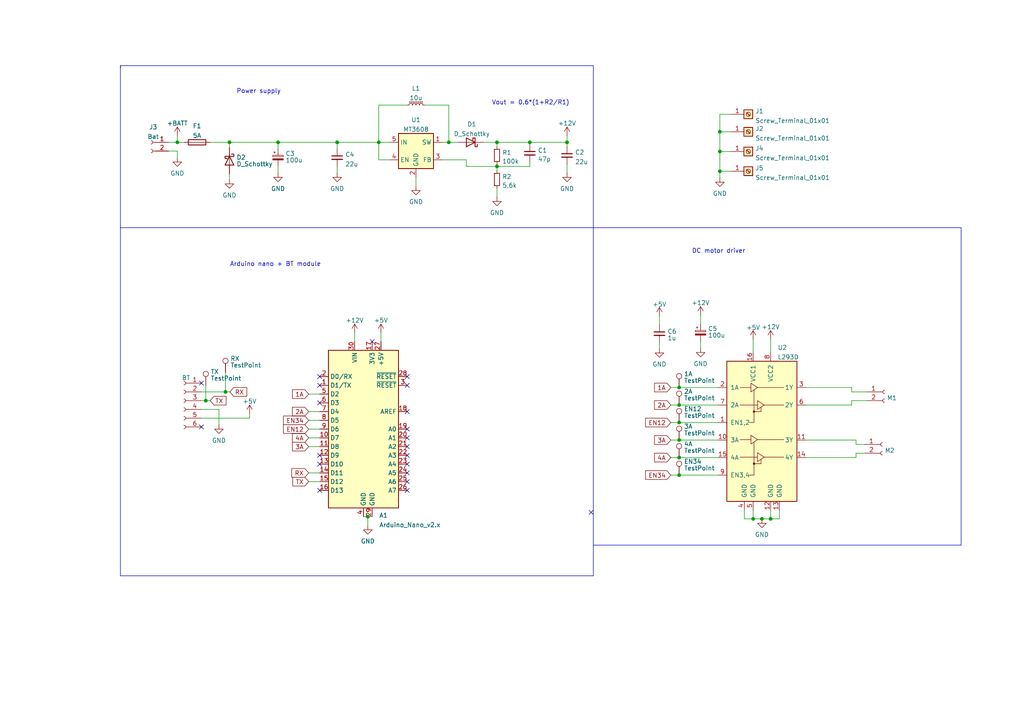
<source format=kicad_sch>
(kicad_sch (version 20230121) (generator eeschema)
  (paper "A4")
  (lib_symbols
    (symbol "Connector:Conn_01x02_Female" (pin_names (offset 1.016) hide)
      (property "Reference" "J" (at 0 2.54 0))
      (property "Value" "Conn_01x02_Female" (at 0 -5.08 0))
      (symbol "Conn_01x02_Female_1_1"
        (arc (start 0 -2.032) (mid -0.5058 -2.54) (end 0 -3.048) (stroke (width 0.1524)))
        (polyline (pts (xy -1.27 -2.54) (xy -0.508 -2.54)) (stroke (width 0.1524)))
        (polyline (pts (xy -1.27 0) (xy -0.508 0)) (stroke (width 0.1524)))
        (arc (start 0 0.508) (mid -0.5058 0) (end 0 -0.508) (stroke (width 0.1524)))
        (pin passive line (at -5.08 0 0) (length 3.81) (name "Pin_1") (number "1"))
        (pin passive line (at -5.08 -2.54 0) (length 3.81) (name "Pin_2") (number "2"))
      )
    )
    (symbol "Connector:Conn_01x06_Female" (pin_names (offset 1.016) hide)
      (property "Reference" "J" (at 0 7.62 0))
      (property "Value" "Conn_01x06_Female" (at 0 -10.16 0))
      (symbol "Conn_01x06_Female_1_1"
        (arc (start 0 -7.112) (mid -0.5058 -7.62) (end 0 -8.128) (stroke (width 0.1524)))
        (arc (start 0 -4.572) (mid -0.5058 -5.08) (end 0 -5.588) (stroke (width 0.1524)))
        (arc (start 0 -2.032) (mid -0.5058 -2.54) (end 0 -3.048) (stroke (width 0.1524)))
        (polyline (pts (xy -1.27 -7.62) (xy -0.508 -7.62)) (stroke (width 0.1524)))
        (polyline (pts (xy -1.27 -5.08) (xy -0.508 -5.08)) (stroke (width 0.1524)))
        (polyline (pts (xy -1.27 -2.54) (xy -0.508 -2.54)) (stroke (width 0.1524)))
        (polyline (pts (xy -1.27 0) (xy -0.508 0)) (stroke (width 0.1524)))
        (polyline (pts (xy -1.27 2.54) (xy -0.508 2.54)) (stroke (width 0.1524)))
        (polyline (pts (xy -1.27 5.08) (xy -0.508 5.08)) (stroke (width 0.1524)))
        (arc (start 0 0.508) (mid -0.5058 0) (end 0 -0.508) (stroke (width 0.1524)))
        (arc (start 0 3.048) (mid -0.5058 2.54) (end 0 2.032) (stroke (width 0.1524)))
        (arc (start 0 5.588) (mid -0.5058 5.08) (end 0 4.572) (stroke (width 0.1524)))
        (pin passive line (at -5.08 5.08 0) (length 3.81) (name "Pin_1") (number "1"))
        (pin passive line (at -5.08 2.54 0) (length 3.81) (name "Pin_2") (number "2"))
        (pin passive line (at -5.08 0 0) (length 3.81) (name "Pin_3") (number "3"))
        (pin passive line (at -5.08 -2.54 0) (length 3.81) (name "Pin_4") (number "4"))
        (pin passive line (at -5.08 -5.08 0) (length 3.81) (name "Pin_5") (number "5"))
        (pin passive line (at -5.08 -7.62 0) (length 3.81) (name "Pin_6") (number "6"))
      )
    )
    (symbol "Connector:Screw_Terminal_01x01" (pin_names (offset 1.016) hide)
      (property "Reference" "J" (at 0 2.54 0))
      (property "Value" "Screw_Terminal_01x01" (at 0 -2.54 0))
      (symbol "Screw_Terminal_01x01_1_1"
        (rectangle (start -1.27 1.27) (end 1.27 -1.27) (stroke (width 0.254)) (fill (type background)))
        (polyline (pts (xy -0.5334 0.3302) (xy 0.3302 -0.508)) (stroke (width 0.1524)))
        (polyline (pts (xy -0.3556 0.508) (xy 0.508 -0.3302)) (stroke (width 0.1524)))
        (circle (center 0 0) (radius 0.635) (stroke (width 0.1524)))
        (pin passive line (at -5.08 0 0) (length 3.81) (name "Pin_1") (number "1"))
      )
    )
    (symbol "Connector:TestPoint" (pin_numbers hide) (pin_names (offset 0.762) hide)
      (property "Reference" "TP" (at 0 6.858 0))
      (property "Value" "TestPoint" (at 0 5.08 0))
      (symbol "TestPoint_0_1"
        (circle (center 0 3.302) (radius 0.762))
      )
      (symbol "TestPoint_1_1"
        (pin passive line (at 0 0 90) (length 2.54) (name "1") (number "1"))
      )
    )
    (symbol "Device:C_Polarized_Small" (pin_numbers hide) (pin_names (offset 0.254) hide)
      (property "Reference" "C" (at 0.254 1.778 0))
      (property "Value" "C_Polarized_Small" (at 0.254 -2.032 0))
      (symbol "C_Polarized_Small_0_1"
        (rectangle (start -1.524 -0.3048) (end 1.524 -0.6858) (fill (type outline)))
        (rectangle (start -1.524 0.6858) (end 1.524 0.3048))
        (polyline (pts (xy -1.27 1.524) (xy -0.762 1.524)))
        (polyline (pts (xy -1.016 1.27) (xy -1.016 1.778)))
      )
      (symbol "C_Polarized_Small_1_1"
        (pin passive line (at 0 2.54 270) (length 1.8542) (name "~") (number "1"))
        (pin passive line (at 0 -2.54 90) (length 1.8542) (name "~") (number "2"))
      )
    )
    (symbol "Device:C_Small" (pin_numbers hide) (pin_names (offset 0.254) hide)
      (property "Reference" "C" (at 0.254 1.778 0))
      (property "Value" "C_Small" (at 0.254 -2.032 0))
      (symbol "C_Small_0_1"
        (polyline (pts (xy -1.524 -0.508) (xy 1.524 -0.508)) (stroke (width 0.3302)))
        (polyline (pts (xy -1.524 0.508) (xy 1.524 0.508)) (stroke (width 0.3048)))
      )
      (symbol "C_Small_1_1"
        (pin passive line (at 0 2.54 270) (length 2.032) (name "~") (number "1"))
        (pin passive line (at 0 -2.54 90) (length 2.032) (name "~") (number "2"))
      )
    )
    (symbol "Device:D_Schottky" (pin_numbers hide) (pin_names (offset 1.016) hide)
      (property "Reference" "D" (at 0 2.54 0))
      (property "Value" "D_Schottky" (at 0 -2.54 0))
      (symbol "D_Schottky_0_1"
        (polyline (pts (xy 1.27 0) (xy -1.27 0)))
        (polyline (pts (xy 1.27 1.27) (xy 1.27 -1.27) (xy -1.27 0) (xy 1.27 1.27)) (stroke (width 0.254)))
        (polyline (pts (xy -1.905 0.635) (xy -1.905 1.27) (xy -1.27 1.27) (xy -1.27 -1.27) (xy -0.635 -1.27) (xy -0.635 -0.635)) (stroke (width 0.254)))
      )
      (symbol "D_Schottky_1_1"
        (pin passive line (at -3.81 0 0) (length 2.54) (name "K") (number "1"))
        (pin passive line (at 3.81 0 180) (length 2.54) (name "A") (number "2"))
      )
    )
    (symbol "Device:Fuse" (pin_numbers hide) (pin_names (offset 0))
      (property "Reference" "F" (at 2.032 0 90))
      (property "Value" "Fuse" (at -1.905 0 90))
      (symbol "Fuse_0_1"
        (rectangle (start -0.762 -2.54) (end 0.762 2.54) (stroke (width 0.254)))
        (polyline (pts (xy 0 2.54) (xy 0 -2.54)))
      )
      (symbol "Fuse_1_1"
        (pin passive line (at 0 3.81 270) (length 1.27) (name "~") (number "1"))
        (pin passive line (at 0 -3.81 90) (length 1.27) (name "~") (number "2"))
      )
    )
    (symbol "Device:L_Ferrite_Small" (pin_numbers hide) (pin_names (offset 0.254) hide)
      (property "Reference" "L" (at 1.27 1.016 0))
      (property "Value" "L_Ferrite_Small" (at 1.27 -1.27 0))
      (symbol "L_Ferrite_Small_0_1"
        (arc (start 0 -2.032) (mid 0.5058 -1.524) (end 0 -1.016))
        (arc (start 0 -1.016) (mid 0.5058 -0.508) (end 0 0))
        (polyline (pts (xy 0.762 -1.905) (xy 0.762 -1.651)))
        (polyline (pts (xy 0.762 -1.397) (xy 0.762 -1.143)))
        (polyline (pts (xy 0.762 -0.889) (xy 0.762 -0.635)))
        (polyline (pts (xy 0.762 -0.381) (xy 0.762 -0.127)))
        (polyline (pts (xy 0.762 0.127) (xy 0.762 0.381)))
        (polyline (pts (xy 0.762 0.635) (xy 0.762 0.889)))
        (polyline (pts (xy 0.762 1.143) (xy 0.762 1.397)))
        (polyline (pts (xy 0.762 1.651) (xy 0.762 1.905)))
        (polyline (pts (xy 1.016 -1.651) (xy 1.016 -1.905)))
        (polyline (pts (xy 1.016 -1.143) (xy 1.016 -1.397)))
        (polyline (pts (xy 1.016 -0.635) (xy 1.016 -0.889)))
        (polyline (pts (xy 1.016 -0.127) (xy 1.016 -0.381)))
        (polyline (pts (xy 1.016 0.381) (xy 1.016 0.127)))
        (polyline (pts (xy 1.016 0.889) (xy 1.016 0.635)))
        (polyline (pts (xy 1.016 1.397) (xy 1.016 1.143)))
        (polyline (pts (xy 1.016 1.905) (xy 1.016 1.651)))
        (arc (start 0 0) (mid 0.5058 0.508) (end 0 1.016))
        (arc (start 0 1.016) (mid 0.5058 1.524) (end 0 2.032))
      )
      (symbol "L_Ferrite_Small_1_1"
        (pin passive line (at 0 2.54 270) (length 0.508) (name "~") (number "1"))
        (pin passive line (at 0 -2.54 90) (length 0.508) (name "~") (number "2"))
      )
    )
    (symbol "Device:R_Small" (pin_numbers hide) (pin_names (offset 0.254) hide)
      (property "Reference" "R" (at 0.762 0.508 0))
      (property "Value" "R_Small" (at 0.762 -1.016 0))
      (symbol "R_Small_0_1"
        (rectangle (start -0.762 1.778) (end 0.762 -1.778) (stroke (width 0.2032)))
      )
      (symbol "R_Small_1_1"
        (pin passive line (at 0 2.54 270) (length 0.762) (name "~") (number "1"))
        (pin passive line (at 0 -2.54 90) (length 0.762) (name "~") (number "2"))
      )
    )
    (symbol "Driver_Motor:L293D" (pin_names (offset 1.016))
      (property "Reference" "U" (at -5.08 26.035 0))
      (property "Value" "L293D" (at -5.08 24.13 0))
      (symbol "L293D_0_1"
        (rectangle (start -10.16 22.86) (end 10.16 -17.78) (stroke (width 0.254)) (fill (type background)))
        (circle (center -2.286 -6.858) (radius 0.254) (fill (type outline)))
        (circle (center -2.286 8.255) (radius 0.254) (fill (type outline)))
        (polyline (pts (xy -6.35 -4.953) (xy -1.27 -4.953)))
        (polyline (pts (xy -6.35 0.127) (xy -3.175 0.127)))
        (polyline (pts (xy -6.35 10.16) (xy -1.27 10.16)))
        (polyline (pts (xy -6.35 15.24) (xy -3.175 15.24)))
        (polyline (pts (xy -1.27 0.127) (xy 6.35 0.127)))
        (polyline (pts (xy -1.27 15.24) (xy 6.35 15.24)))
        (polyline (pts (xy 0.635 -4.953) (xy 6.35 -4.953)))
        (polyline (pts (xy 0.635 10.16) (xy 6.35 10.16)))
        (polyline (pts (xy -2.286 -6.858) (xy -0.254 -6.858) (xy -0.254 -5.588)))
        (polyline (pts (xy -2.286 -0.635) (xy -2.286 -10.16) (xy -3.556 -10.16)))
        (polyline (pts (xy -2.286 8.255) (xy -0.254 8.255) (xy -0.254 9.525)))
        (polyline (pts (xy -2.286 14.478) (xy -2.286 5.08) (xy -3.556 5.08)))
        (polyline (pts (xy -3.175 1.397) (xy -3.175 -1.143) (xy -1.27 0.127) (xy -3.175 1.397)))
        (polyline (pts (xy -3.175 16.51) (xy -3.175 13.97) (xy -1.27 15.24) (xy -3.175 16.51)))
        (polyline (pts (xy -1.27 -3.683) (xy -1.27 -6.223) (xy 0.635 -4.953) (xy -1.27 -3.683)))
        (polyline (pts (xy -1.27 11.43) (xy -1.27 8.89) (xy 0.635 10.16) (xy -1.27 11.43)))
      )
      (symbol "L293D_1_1"
        (pin input line (at -12.7 5.08 0) (length 2.54) (name "EN1,2") (number "1"))
        (pin input line (at -12.7 0 0) (length 2.54) (name "3A") (number "10"))
        (pin output line (at 12.7 0 180) (length 2.54) (name "3Y") (number "11"))
        (pin power_in line (at 2.54 -20.32 90) (length 2.54) (name "GND") (number "12"))
        (pin power_in line (at 5.08 -20.32 90) (length 2.54) (name "GND") (number "13"))
        (pin output line (at 12.7 -5.08 180) (length 2.54) (name "4Y") (number "14"))
        (pin input line (at -12.7 -5.08 0) (length 2.54) (name "4A") (number "15"))
        (pin power_in line (at -2.54 25.4 270) (length 2.54) (name "VCC1") (number "16"))
        (pin input line (at -12.7 15.24 0) (length 2.54) (name "1A") (number "2"))
        (pin output line (at 12.7 15.24 180) (length 2.54) (name "1Y") (number "3"))
        (pin power_in line (at -5.08 -20.32 90) (length 2.54) (name "GND") (number "4"))
        (pin power_in line (at -2.54 -20.32 90) (length 2.54) (name "GND") (number "5"))
        (pin output line (at 12.7 10.16 180) (length 2.54) (name "2Y") (number "6"))
        (pin input line (at -12.7 10.16 0) (length 2.54) (name "2A") (number "7"))
        (pin power_in line (at 2.54 25.4 270) (length 2.54) (name "VCC2") (number "8"))
        (pin input line (at -12.7 -10.16 0) (length 2.54) (name "EN3,4") (number "9"))
      )
    )
    (symbol "MCU_Module:Arduino_Nano_v2.x"
      (property "Reference" "A" (at -10.16 23.495 0))
      (property "Value" "Arduino_Nano_v2.x" (at 5.08 -24.13 0))
      (symbol "Arduino_Nano_v2.x_0_1"
        (rectangle (start -10.16 22.86) (end 10.16 -22.86) (stroke (width 0.254)) (fill (type background)))
      )
      (symbol "Arduino_Nano_v2.x_1_1"
        (pin bidirectional line (at -12.7 12.7 0) (length 2.54) (name "D1/TX") (number "1"))
        (pin bidirectional line (at -12.7 -2.54 0) (length 2.54) (name "D7") (number "10"))
        (pin bidirectional line (at -12.7 -5.08 0) (length 2.54) (name "D8") (number "11"))
        (pin bidirectional line (at -12.7 -7.62 0) (length 2.54) (name "D9") (number "12"))
        (pin bidirectional line (at -12.7 -10.16 0) (length 2.54) (name "D10") (number "13"))
        (pin bidirectional line (at -12.7 -12.7 0) (length 2.54) (name "D11") (number "14"))
        (pin bidirectional line (at -12.7 -15.24 0) (length 2.54) (name "D12") (number "15"))
        (pin bidirectional line (at -12.7 -17.78 0) (length 2.54) (name "D13") (number "16"))
        (pin power_out line (at 2.54 25.4 270) (length 2.54) (name "3V3") (number "17"))
        (pin input line (at 12.7 5.08 180) (length 2.54) (name "AREF") (number "18"))
        (pin bidirectional line (at 12.7 0 180) (length 2.54) (name "A0") (number "19"))
        (pin bidirectional line (at -12.7 15.24 0) (length 2.54) (name "D0/RX") (number "2"))
        (pin bidirectional line (at 12.7 -2.54 180) (length 2.54) (name "A1") (number "20"))
        (pin bidirectional line (at 12.7 -5.08 180) (length 2.54) (name "A2") (number "21"))
        (pin bidirectional line (at 12.7 -7.62 180) (length 2.54) (name "A3") (number "22"))
        (pin bidirectional line (at 12.7 -10.16 180) (length 2.54) (name "A4") (number "23"))
        (pin bidirectional line (at 12.7 -12.7 180) (length 2.54) (name "A5") (number "24"))
        (pin bidirectional line (at 12.7 -15.24 180) (length 2.54) (name "A6") (number "25"))
        (pin bidirectional line (at 12.7 -17.78 180) (length 2.54) (name "A7") (number "26"))
        (pin power_out line (at 5.08 25.4 270) (length 2.54) (name "+5V") (number "27"))
        (pin input line (at 12.7 15.24 180) (length 2.54) (name "~{RESET}") (number "28"))
        (pin power_in line (at 2.54 -25.4 90) (length 2.54) (name "GND") (number "29"))
        (pin input line (at 12.7 12.7 180) (length 2.54) (name "~{RESET}") (number "3"))
        (pin power_in line (at -2.54 25.4 270) (length 2.54) (name "VIN") (number "30"))
        (pin power_in line (at 0 -25.4 90) (length 2.54) (name "GND") (number "4"))
        (pin bidirectional line (at -12.7 10.16 0) (length 2.54) (name "D2") (number "5"))
        (pin bidirectional line (at -12.7 7.62 0) (length 2.54) (name "D3") (number "6"))
        (pin bidirectional line (at -12.7 5.08 0) (length 2.54) (name "D4") (number "7"))
        (pin bidirectional line (at -12.7 2.54 0) (length 2.54) (name "D5") (number "8"))
        (pin bidirectional line (at -12.7 0 0) (length 2.54) (name "D6") (number "9"))
      )
    )
    (symbol "Regulator_Switching:MT3608"
      (property "Reference" "U" (at -2.54 8.89 0))
      (property "Value" "MT3608" (at -3.81 6.35 0))
      (symbol "MT3608_0_1"
        (rectangle (start -5.08 5.08) (end 5.08 -5.08) (stroke (width 0.254)) (fill (type background)))
      )
      (symbol "MT3608_1_1"
        (pin passive line (at 7.62 2.54 180) (length 2.54) (name "SW") (number "1"))
        (pin power_in line (at 0 -7.62 90) (length 2.54) (name "GND") (number "2"))
        (pin input line (at 7.62 -2.54 180) (length 2.54) (name "FB") (number "3"))
        (pin input line (at -7.62 -2.54 0) (length 2.54) (name "EN") (number "4"))
        (pin power_in line (at -7.62 2.54 0) (length 2.54) (name "IN") (number "5"))
        (pin no_connect line (at 5.08 0 180) (length 2.54) hide (name "NC") (number "6"))
      )
    )
    (symbol "power:+12V" (power) (pin_names (offset 0))
      (property "Value" "+12V" (at 0 3.556 0))
      (symbol "+12V_0_1"
        (polyline (pts (xy -0.762 1.27) (xy 0 2.54)))
        (polyline (pts (xy 0 0) (xy 0 2.54)))
        (polyline (pts (xy 0 2.54) (xy 0.762 1.27)))
      )
      (symbol "+12V_1_1"
        (pin power_in line (at 0 0 90) (length 0) hide (name "+12V") (number "1"))
      )
    )
    (symbol "power:+5V" (power) (pin_names (offset 0))
      (property "Value" "+5V" (at 0 3.556 0))
      (symbol "+5V_0_1"
        (polyline (pts (xy -0.762 1.27) (xy 0 2.54)))
        (polyline (pts (xy 0 0) (xy 0 2.54)))
        (polyline (pts (xy 0 2.54) (xy 0.762 1.27)))
      )
      (symbol "+5V_1_1"
        (pin power_in line (at 0 0 90) (length 0) hide (name "+5V") (number "1"))
      )
    )
    (symbol "power:+BATT" (power) (pin_names (offset 0))
      (property "Value" "+BATT" (at 0 3.556 0))
      (symbol "+BATT_0_1"
        (polyline (pts (xy -0.762 1.27) (xy 0 2.54)))
        (polyline (pts (xy 0 0) (xy 0 2.54)))
        (polyline (pts (xy 0 2.54) (xy 0.762 1.27)))
      )
      (symbol "+BATT_1_1"
        (pin power_in line (at 0 0 90) (length 0) hide (name "+BATT") (number "1"))
      )
    )
    (symbol "power:GND" (power) (pin_names (offset 0))
      (property "Value" "GND" (at 0 -3.81 0))
      (symbol "GND_0_1"
        (polyline (pts (xy 0 0) (xy 0 -1.27) (xy 1.27 -1.27) (xy 0 -2.54) (xy -1.27 -1.27) (xy 0 -1.27)))
      )
      (symbol "GND_1_1"
        (pin power_in line (at 0 0 270) (length 0) hide (name "GND") (number "1"))
      )
    )
  )
  (junction (at 80.645 41.275))
  (junction (at 208.788 43.942))
  (junction (at 109.855 41.275))
  (junction (at 164.465 41.275))
  (junction (at 208.788 49.657))
  (junction (at 196.977 137.795))
  (junction (at 218.44 150.495))
  (junction (at 223.52 150.495))
  (junction (at 196.977 112.395))
  (junction (at 220.98 150.495))
  (junction (at 153.67 41.275))
  (junction (at 130.175 41.275))
  (junction (at 196.977 127.635))
  (junction (at 59.69 116.205))
  (junction (at 51.435 41.275))
  (junction (at 208.788 38.227))
  (junction (at 196.977 122.555))
  (junction (at 97.79 41.275))
  (junction (at 144.145 48.26))
  (junction (at 196.977 132.715))
  (junction (at 106.68 149.86))
  (junction (at 66.548 41.275))
  (junction (at 144.145 41.275))
  (junction (at 196.977 117.475))
  (junction (at 65.405 113.665))
  (no_connect (at 58.42 123.825))
  (no_connect (at 58.42 111.125))
  (no_connect (at 118.11 124.46))
  (no_connect (at 92.71 116.84))
  (no_connect (at 107.95 99.06))
  (no_connect (at 171.45 148.59))
  (no_connect (at 92.71 109.22))
  (no_connect (at 92.71 111.76))
  (no_connect (at 92.71 134.62))
  (no_connect (at 92.71 132.08))
  (no_connect (at 92.71 142.24))
  (no_connect (at 118.11 132.08))
  (no_connect (at 118.11 129.54))
  (no_connect (at 118.11 139.7))
  (no_connect (at 118.11 142.24))
  (no_connect (at 118.11 134.62))
  (no_connect (at 118.11 137.16))
  (no_connect (at 118.11 127))
  (no_connect (at 118.11 119.38))
  (no_connect (at 118.11 111.76))
  (no_connect (at 118.11 109.22))
  (wire (pts (xy 153.67 41.275) (xy 153.67 41.91)))
  (wire (pts (xy 109.855 30.48) (xy 118.11 30.48)))
  (wire (pts (xy 250.825 128.905) (xy 248.285 128.905)))
  (wire (pts (xy 59.69 116.205) (xy 60.96 116.205)))
  (wire (pts (xy 66.548 41.275) (xy 80.645 41.275)))
  (wire (pts (xy 144.145 54.61) (xy 144.145 57.15)))
  (wire (pts (xy 164.465 41.275) (xy 164.465 42.545)))
  (wire (pts (xy 128.27 46.355) (xy 135.255 46.355)))
  (wire (pts (xy 89.535 114.3) (xy 92.71 114.3)))
  (wire (pts (xy 248.285 131.445) (xy 250.825 131.445)))
  (wire (pts (xy 194.564 132.715) (xy 196.977 132.715)))
  (wire (pts (xy 208.788 33.147) (xy 211.963 33.147)))
  (wire (pts (xy 191.262 91.694) (xy 191.262 94.234)))
  (wire (pts (xy 80.645 41.275) (xy 97.79 41.275)))
  (wire (pts (xy 223.52 150.495) (xy 226.06 150.495)))
  (wire (pts (xy 66.548 50.419) (xy 66.548 52.07)))
  (wire (pts (xy 215.9 150.495) (xy 218.44 150.495)))
  (wire (pts (xy 97.79 41.275) (xy 109.855 41.275)))
  (wire (pts (xy 208.788 38.227) (xy 211.963 38.227)))
  (wire (pts (xy 196.977 132.715) (xy 208.28 132.715)))
  (polyline (pts (xy 34.925 19.05) (xy 34.925 19.685)))
  (wire (pts (xy 223.52 147.955) (xy 223.52 150.495)))
  (wire (pts (xy 135.255 48.26) (xy 144.145 48.26)))
  (polyline (pts (xy 34.925 167.005) (xy 172.085 167.005)))
  (wire (pts (xy 251.46 113.665) (xy 247.015 113.665)))
  (wire (pts (xy 58.42 113.665) (xy 65.405 113.665)))
  (wire (pts (xy 123.19 30.48) (xy 130.175 30.48)))
  (wire (pts (xy 58.42 116.205) (xy 59.69 116.205)))
  (wire (pts (xy 130.175 30.48) (xy 130.175 41.275)))
  (wire (pts (xy 208.788 43.942) (xy 208.788 38.227)))
  (wire (pts (xy 247.015 112.395) (xy 233.68 112.395)))
  (wire (pts (xy 153.67 46.99) (xy 153.67 48.26)))
  (wire (pts (xy 164.465 39.37) (xy 164.465 41.275)))
  (wire (pts (xy 203.2 91.44) (xy 203.2 93.98)))
  (wire (pts (xy 72.39 120.015) (xy 72.39 121.285)))
  (wire (pts (xy 194.564 127.635) (xy 196.977 127.635)))
  (polyline (pts (xy 34.925 19.05) (xy 34.925 66.04)))
  (wire (pts (xy 144.145 47.625) (xy 144.145 48.26)))
  (wire (pts (xy 220.98 150.495) (xy 223.52 150.495)))
  (wire (pts (xy 89.535 137.16) (xy 92.71 137.16)))
  (wire (pts (xy 215.9 147.955) (xy 215.9 150.495)))
  (wire (pts (xy 105.41 149.86) (xy 106.68 149.86)))
  (wire (pts (xy 164.465 47.625) (xy 164.465 50.165)))
  (wire (pts (xy 97.79 48.26) (xy 97.79 50.165)))
  (wire (pts (xy 248.285 127.635) (xy 233.68 127.635)))
  (wire (pts (xy 248.285 128.905) (xy 248.285 127.635)))
  (wire (pts (xy 89.535 127) (xy 92.71 127)))
  (wire (pts (xy 58.42 121.285) (xy 72.39 121.285)))
  (wire (pts (xy 106.68 152.4) (xy 106.68 149.86)))
  (wire (pts (xy 80.645 48.26) (xy 80.645 50.165)))
  (wire (pts (xy 196.977 112.395) (xy 208.28 112.395)))
  (wire (pts (xy 223.52 98.425) (xy 223.52 102.235)))
  (wire (pts (xy 89.535 139.7) (xy 92.71 139.7)))
  (wire (pts (xy 226.06 150.495) (xy 226.06 147.955)))
  (wire (pts (xy 63.5 123.19) (xy 63.5 118.745)))
  (wire (pts (xy 48.895 41.275) (xy 51.435 41.275)))
  (wire (pts (xy 194.564 117.475) (xy 196.977 117.475)))
  (wire (pts (xy 194.564 112.395) (xy 196.977 112.395)))
  (wire (pts (xy 113.03 46.355) (xy 109.855 46.355)))
  (wire (pts (xy 191.262 99.314) (xy 191.262 101.092)))
  (polyline (pts (xy 172.085 167.005) (xy 172.085 66.04)))
  (wire (pts (xy 89.535 119.38) (xy 92.71 119.38)))
  (polyline (pts (xy 172.085 66.04) (xy 172.085 19.05)))
  (wire (pts (xy 247.015 113.665) (xy 247.015 112.395)))
  (wire (pts (xy 218.44 150.495) (xy 220.98 150.495)))
  (wire (pts (xy 247.015 117.475) (xy 247.015 116.205)))
  (wire (pts (xy 51.435 45.72) (xy 51.435 43.815)))
  (wire (pts (xy 48.895 43.815) (xy 51.435 43.815)))
  (wire (pts (xy 233.68 132.715) (xy 248.285 132.715)))
  (wire (pts (xy 66.548 41.275) (xy 66.548 42.799)))
  (wire (pts (xy 208.788 43.942) (xy 211.963 43.942)))
  (wire (pts (xy 89.535 129.54) (xy 92.71 129.54)))
  (wire (pts (xy 89.535 124.46) (xy 92.71 124.46)))
  (wire (pts (xy 113.03 41.275) (xy 109.855 41.275)))
  (polyline (pts (xy 172.085 19.05) (xy 34.925 19.05)))
  (wire (pts (xy 247.015 116.205) (xy 251.46 116.205)))
  (polyline (pts (xy 278.765 66.04) (xy 172.085 66.04)))
  (wire (pts (xy 248.285 132.715) (xy 248.285 131.445)))
  (wire (pts (xy 218.44 147.955) (xy 218.44 150.495)))
  (wire (pts (xy 109.855 41.275) (xy 109.855 30.48)))
  (wire (pts (xy 60.96 41.275) (xy 66.548 41.275)))
  (wire (pts (xy 196.977 117.475) (xy 208.28 117.475)))
  (wire (pts (xy 106.68 149.86) (xy 107.95 149.86)))
  (wire (pts (xy 51.435 39.37) (xy 51.435 41.275)))
  (wire (pts (xy 211.963 49.657) (xy 208.788 49.657)))
  (polyline (pts (xy 34.925 66.04) (xy 34.925 167.005)))
  (wire (pts (xy 144.145 48.26) (xy 144.145 49.53)))
  (polyline (pts (xy 34.925 66.04) (xy 172.085 66.04)))
  (wire (pts (xy 130.175 41.275) (xy 132.715 41.275)))
  (wire (pts (xy 233.68 117.475) (xy 247.015 117.475)))
  (wire (pts (xy 51.435 41.275) (xy 53.34 41.275)))
  (wire (pts (xy 208.788 38.227) (xy 208.788 33.147)))
  (wire (pts (xy 194.564 122.555) (xy 196.977 122.555)))
  (wire (pts (xy 89.535 121.92) (xy 92.71 121.92)))
  (polyline (pts (xy 172.085 158.115) (xy 278.765 158.115)))
  (wire (pts (xy 144.145 41.275) (xy 144.145 42.545)))
  (wire (pts (xy 66.675 113.665) (xy 65.405 113.665)))
  (wire (pts (xy 109.855 46.355) (xy 109.855 41.275)))
  (wire (pts (xy 80.645 41.275) (xy 80.645 43.18)))
  (wire (pts (xy 196.977 127.635) (xy 208.28 127.635)))
  (wire (pts (xy 128.27 41.275) (xy 130.175 41.275)))
  (wire (pts (xy 63.5 118.745) (xy 58.42 118.745)))
  (wire (pts (xy 120.65 51.435) (xy 120.65 53.975)))
  (wire (pts (xy 97.79 43.18) (xy 97.79 41.275)))
  (wire (pts (xy 194.564 137.795) (xy 196.977 137.795)))
  (wire (pts (xy 102.87 96.52) (xy 102.87 99.06)))
  (polyline (pts (xy 278.765 158.115) (xy 278.765 66.04)))
  (wire (pts (xy 110.49 96.52) (xy 110.49 99.06)))
  (wire (pts (xy 59.69 111.76) (xy 59.69 116.205)))
  (wire (pts (xy 153.67 41.275) (xy 164.465 41.275)))
  (wire (pts (xy 196.977 122.555) (xy 208.28 122.555)))
  (wire (pts (xy 153.67 48.26) (xy 144.145 48.26)))
  (wire (pts (xy 208.788 49.657) (xy 208.788 43.942)))
  (wire (pts (xy 65.405 107.95) (xy 65.405 113.665)))
  (wire (pts (xy 140.335 41.275) (xy 144.145 41.275)))
  (wire (pts (xy 208.788 49.657) (xy 208.788 51.562)))
  (wire (pts (xy 135.255 46.355) (xy 135.255 48.26)))
  (wire (pts (xy 144.145 41.275) (xy 153.67 41.275)))
  (wire (pts (xy 196.977 137.795) (xy 208.28 137.795)))
  (wire (pts (xy 203.2 99.06) (xy 203.2 100.965)))
  (wire (pts (xy 218.44 98.425) (xy 218.44 102.235)))
  (text "Arduino nano + BT module\n" (at 66.675 77.47 0) (effects (font (size 1.27 1.27)) (justify left bottom)))
  (text "Power supply\n" (at 68.58 27.305 0) (effects (font (size 1.27 1.27)) (justify left bottom)))
  (text "Vout = 0.6*(1+R2/R1)" (at 142.621 30.607 0) (effects (font (size 1.27 1.27)) (justify left bottom)))
  (text "DC motor driver" (at 200.66 73.66 0) (effects (font (size 1.27 1.27)) (justify left bottom)))
  (global_label "TX" (shape input) (at 89.535 139.7 180) (property "Intersheetrefs" "${INTERSHEET_REFS}" (effects hide)))
  (global_label "EN12" (shape input) (at 89.535 124.46 180) (property "Intersheetrefs" "${INTERSHEET_REFS}" (effects hide)))
  (global_label "TX" (shape input) (at 60.96 116.205 0) (property "Intersheetrefs" "${INTERSHEET_REFS}" (effects hide)))
  (global_label "EN34" (shape input) (at 89.535 121.92 180) (property "Intersheetrefs" "${INTERSHEET_REFS}" (effects hide)))
  (global_label "3A" (shape input) (at 194.564 127.635 180) (property "Intersheetrefs" "${INTERSHEET_REFS}" (effects hide)))
  (global_label "3A" (shape input) (at 89.535 129.54 180) (property "Intersheetrefs" "${INTERSHEET_REFS}" (effects hide)))
  (global_label "4A" (shape input) (at 89.535 127 180) (property "Intersheetrefs" "${INTERSHEET_REFS}" (effects hide)))
  (global_label "1A" (shape input) (at 89.535 114.3 180) (property "Intersheetrefs" "${INTERSHEET_REFS}" (effects hide)))
  (global_label "1A" (shape input) (at 194.564 112.395 180) (property "Intersheetrefs" "${INTERSHEET_REFS}" (effects hide)))
  (global_label "RX" (shape input) (at 66.675 113.665 0) (property "Intersheetrefs" "${INTERSHEET_REFS}" (effects hide)))
  (global_label "RX" (shape input) (at 89.535 137.16 180) (property "Intersheetrefs" "${INTERSHEET_REFS}" (effects hide)))
  (global_label "EN34" (shape input) (at 194.564 137.795 180) (property "Intersheetrefs" "${INTERSHEET_REFS}" (effects hide)))
  (global_label "4A" (shape input) (at 194.564 132.715 180) (property "Intersheetrefs" "${INTERSHEET_REFS}" (effects hide)))
  (global_label "2A" (shape input) (at 89.535 119.38 180) (property "Intersheetrefs" "${INTERSHEET_REFS}" (effects hide)))
  (global_label "EN12" (shape input) (at 194.564 122.555 180) (property "Intersheetrefs" "${INTERSHEET_REFS}" (effects hide)))
  (global_label "2A" (shape input) (at 194.564 117.475 180) (property "Intersheetrefs" "${INTERSHEET_REFS}" (effects hide)))
  (symbol (lib_id "Connector:Screw_Terminal_01x01") (at 217.043 49.657 0) (unit 1)
    (property "Reference" "J5" (at 219.075 48.7485 0) (effects (justify left)))
    (property "Value" "Screw_Terminal_01x01" (at 219.075 51.5236 0) (effects (justify left)))
    (property "Footprint" "MountingHole:MountingHole_3.2mm_M3_DIN965_Pad" (effects hide))
  )
  (symbol (lib_id "power:+12V") (at 223.52 98.425 0) (unit 1)
    (property "Reference" "#PWR016" (effects hide))
    (property "Value" "+12V" (at 223.52 94.8205 0))
  )
  (symbol (lib_id "Device:D_Schottky") (at 136.525 41.275 180) (unit 1)
    (property "Reference" "D1" (at 136.8425 36.0385 0))
    (property "Value" "D_Schottky" (at 136.8425 38.8136 0))
    (property "Footprint" "Diode_SMD:D_SMC" (effects hide))
  )
  (symbol (lib_id "power:GND") (at 220.98 150.495 0) (unit 1)
    (property "Reference" "#PWR021" (effects hide))
    (property "Value" "GND" (at 220.98 155.0575 0))
  )
  (symbol (lib_id "power:+5V") (at 72.39 120.015 0) (unit 1)
    (property "Reference" "#PWR019" (effects hide))
    (property "Value" "+5V" (at 72.39 116.4105 0))
  )
  (symbol (lib_id "Connector:Screw_Terminal_01x01") (at 217.043 33.147 0) (unit 1)
    (property "Reference" "J1" (at 219.075 32.2385 0) (effects (justify left)))
    (property "Value" "Screw_Terminal_01x01" (at 219.075 35.0136 0) (effects (justify left)))
    (property "Footprint" "MountingHole:MountingHole_3.2mm_M3_DIN965_Pad" (effects hide))
  )
  (symbol (lib_id "power:+5V") (at 191.262 91.694 0) (mirror y) (unit 1)
    (property "Reference" "#PWR012" (effects hide))
    (property "Value" "+5V" (at 189.23 88.265 0) (effects (justify right)))
  )
  (symbol (lib_id "power:GND") (at 97.79 50.165 0) (unit 1)
    (property "Reference" "#PWR05" (effects hide))
    (property "Value" "GND" (at 97.79 54.7275 0))
  )
  (symbol (lib_id "power:GND") (at 164.465 50.165 0) (unit 1)
    (property "Reference" "#PWR06" (effects hide))
    (property "Value" "GND" (at 164.465 54.7275 0))
  )
  (symbol (lib_id "Device:C_Polarized_Small") (at 80.645 45.72 0) (unit 1)
    (property "Reference" "C3" (at 82.804 44.5302 0) (effects (justify left)))
    (property "Value" "100u" (at 82.804 46.4512 0) (effects (justify left)))
    (property "Footprint" "Capacitor_THT:CP_Radial_D5.0mm_P2.50mm" (effects hide))
  )
  (symbol (lib_id "Device:R_Small") (at 144.145 52.07 0) (unit 1)
    (property "Reference" "R2" (at 145.6436 51.2353 0) (effects (justify left)))
    (property "Value" "5,6k" (at 145.6436 53.7722 0) (effects (justify left)))
    (property "Footprint" "Resistor_SMD:R_0805_2012Metric_Pad1.20x1.40mm_HandSolder" (effects hide))
  )
  (symbol (lib_id "Device:D_Schottky") (at 66.548 46.609 270) (unit 1)
    (property "Reference" "D2" (at 68.58 45.6478 90) (effects (justify left)))
    (property "Value" "D_Schottky" (at 68.58 47.5688 90) (effects (justify left)))
    (property "Footprint" "Diode_SMD:D_SMC" (effects hide))
  )
  (symbol (lib_id "power:+12V") (at 164.465 39.37 0) (unit 1)
    (property "Reference" "#PWR02" (effects hide))
    (property "Value" "+12V" (at 164.465 35.7655 0))
  )
  (symbol (lib_id "power:GND") (at 106.68 152.4 0) (unit 1)
    (property "Reference" "#PWR022" (effects hide))
    (property "Value" "GND" (at 106.68 156.9625 0))
  )
  (symbol (lib_id "Device:C_Small") (at 191.262 96.774 0) (unit 1)
    (property "Reference" "C6" (at 193.5861 96.1366 0) (effects (justify left)))
    (property "Value" "1u" (at 193.5861 98.0576 0) (effects (justify left)))
    (property "Footprint" "Capacitor_SMD:C_0805_2012Metric_Pad1.18x1.45mm_HandSolder" (effects hide))
  )
  (symbol (lib_id "Device:C_Small") (at 97.79 45.72 0) (unit 1)
    (property "Reference" "C4" (at 100.1141 44.8178 0) (effects (justify left)))
    (property "Value" "22u" (at 100.1141 47.5929 0) (effects (justify left)))
    (property "Footprint" "Capacitor_SMD:C_0805_2012Metric_Pad1.18x1.45mm_HandSolder" (effects hide))
  )
  (symbol (lib_id "Connector:TestPoint") (at 65.405 107.95 0) (unit 1)
    (property "Reference" "RX" (at 66.802 104.0043 0) (effects (justify left)))
    (property "Value" "TestPoint" (at 66.802 105.9253 0) (effects (justify left)))
    (property "Footprint" "TestPoint:TestPoint_Pad_D1.5mm" (effects hide))
  )
  (symbol (lib_id "Connector:TestPoint") (at 196.977 117.475 0) (unit 1)
    (property "Reference" "2A" (at 198.374 113.5293 0) (effects (justify left)))
    (property "Value" "TestPoint" (at 198.374 115.4503 0) (effects (justify left)))
    (property "Footprint" "TestPoint:TestPoint_Pad_D1.5mm" (effects hide))
  )
  (symbol (lib_id "Connector:Conn_01x02_Female") (at 255.905 128.905 0) (unit 1)
    (property "Reference" "M2" (at 256.6162 130.654 0) (effects (justify left)))
    (property "Value" "M2" (effects hide))
    (property "Footprint" "Connector_PinHeader_2.54mm:PinHeader_1x02_P2.54mm_Vertical" (effects hide))
  )
  (symbol (lib_id "Connector:TestPoint") (at 196.977 122.555 0) (unit 1)
    (property "Reference" "EN12" (at 198.374 118.6093 0) (effects (justify left)))
    (property "Value" "TestPoint" (at 198.374 120.5303 0) (effects (justify left)))
    (property "Footprint" "TestPoint:TestPoint_Pad_D1.5mm" (effects hide))
  )
  (symbol (lib_id "Driver_Motor:L293D") (at 220.98 127.635 0) (unit 1)
    (property "Reference" "U2" (at 225.5394 100.8085 0) (effects (justify left)))
    (property "Value" "L293D" (at 225.5394 103.5836 0) (effects (justify left)))
    (property "Footprint" "Package_DIP:DIP-16_W7.62mm" (effects hide))
    (property "Datasheet" "http://www.ti.com/lit/ds/symlink/l293.pdf" (effects hide))
  )
  (symbol (lib_id "power:+5V") (at 218.44 98.425 0) (mirror y) (unit 1)
    (property "Reference" "#PWR015" (effects hide))
    (property "Value" "+5V" (at 216.408 94.996 0) (effects (justify right)))
  )
  (symbol (lib_id "Device:Fuse") (at 57.15 41.275 90) (unit 1)
    (property "Reference" "F1" (at 57.15 36.5465 90))
    (property "Value" "5A" (at 57.15 39.3216 90))
    (property "Footprint" "Fuse:Fuse_0805_2012Metric_Pad1.15x1.40mm_HandSolder" (effects hide))
  )
  (symbol (lib_id "power:+12V") (at 102.87 96.52 0) (unit 1)
    (property "Reference" "#PWR013" (effects hide))
    (property "Value" "+12V" (at 102.87 92.9155 0))
  )
  (symbol (lib_id "Regulator_Switching:MT3608") (at 120.65 43.815 0) (unit 1)
    (property "Reference" "U1" (at 120.65 34.7685 0))
    (property "Value" "MT3608" (at 120.65 37.5436 0))
    (property "Footprint" "Package_TO_SOT_SMD:SOT-23-6" (effects hide))
    (property "Datasheet" "https://www.olimex.com/Products/Breadboarding/BB-PWR-3608/resources/MT3608.pdf" (effects hide))
  )
  (symbol (lib_id "power:GND") (at 80.645 50.165 0) (unit 1)
    (property "Reference" "#PWR04" (effects hide))
    (property "Value" "GND" (at 80.645 54.7275 0))
  )
  (symbol (lib_id "Device:C_Polarized_Small") (at 203.2 96.52 0) (unit 1)
    (property "Reference" "C5" (at 205.359 95.3302 0) (effects (justify left)))
    (property "Value" "100u" (at 205.359 97.2512 0) (effects (justify left)))
    (property "Footprint" "Capacitor_THT:CP_Radial_D5.0mm_P2.50mm" (effects hide))
  )
  (symbol (lib_id "power:GND") (at 63.5 123.19 0) (unit 1)
    (property "Reference" "#PWR020" (effects hide))
    (property "Value" "GND" (at 63.5 127.7525 0))
  )
  (symbol (lib_id "Connector:Conn_01x02_Female") (at 256.54 113.665 0) (unit 1)
    (property "Reference" "M1" (at 257.2512 115.414 0) (effects (justify left)))
    (property "Value" "M1" (effects hide))
    (property "Footprint" "Connector_PinHeader_2.54mm:PinHeader_1x02_P2.54mm_Vertical" (effects hide))
  )
  (symbol (lib_id "power:GND") (at 191.262 101.092 0) (unit 1)
    (property "Reference" "#PWR018" (effects hide))
    (property "Value" "GND" (at 191.262 105.6545 0))
  )
  (symbol (lib_id "Device:L_Ferrite_Small") (at 120.65 30.48 90) (unit 1)
    (property "Reference" "L1" (at 120.65 25.6245 90))
    (property "Value" "10u" (at 120.65 28.3996 90))
    (property "Footprint" "footprint:WE-PDA" (effects hide))
  )
  (symbol (lib_id "power:GND") (at 203.2 100.965 0) (unit 1)
    (property "Reference" "#PWR017" (effects hide))
    (property "Value" "GND" (at 203.2 105.5275 0))
  )
  (symbol (lib_id "power:+12V") (at 203.2 91.44 0) (unit 1)
    (property "Reference" "#PWR011" (effects hide))
    (property "Value" "+12V" (at 203.2 87.8355 0))
  )
  (symbol (lib_id "Connector:Conn_01x02_Female") (at 43.815 41.275 0) (mirror y) (unit 1)
    (property "Reference" "J3" (at 44.45 36.8513 0))
    (property "Value" "Bat" (at 44.45 39.6264 0))
    (property "Footprint" "Connector_JST:JST_PH_S2B-PH-K_1x02_P2.00mm_Horizontal" (effects hide))
  )
  (symbol (lib_id "power:GND") (at 66.548 52.07 0) (unit 1)
    (property "Reference" "#PWR08" (effects hide))
    (property "Value" "GND" (at 66.548 56.6325 0))
  )
  (symbol (lib_id "Device:C_Small") (at 153.67 44.45 0) (unit 1)
    (property "Reference" "C1" (at 155.9941 43.6216 0) (effects (justify left)))
    (property "Value" "47p" (at 155.9941 46.1585 0) (effects (justify left)))
    (property "Footprint" "Capacitor_SMD:C_0805_2012Metric_Pad1.18x1.45mm_HandSolder" (effects hide))
  )
  (symbol (lib_id "power:+BATT") (at 51.435 39.37 0) (unit 1)
    (property "Reference" "#PWR01" (effects hide))
    (property "Value" "+BATT" (at 51.435 35.7655 0))
  )
  (symbol (lib_id "Device:C_Small") (at 164.465 45.085 0) (unit 1)
    (property "Reference" "C2" (at 166.7891 44.1828 0) (effects (justify left)))
    (property "Value" "22u" (at 166.7891 46.9579 0) (effects (justify left)))
    (property "Footprint" "Capacitor_SMD:C_0805_2012Metric_Pad1.18x1.45mm_HandSolder" (effects hide))
  )
  (symbol (lib_id "Connector:TestPoint") (at 196.977 112.395 0) (unit 1)
    (property "Reference" "1A" (at 198.374 108.4493 0) (effects (justify left)))
    (property "Value" "TestPoint" (at 198.374 110.3703 0) (effects (justify left)))
    (property "Footprint" "TestPoint:TestPoint_Pad_D1.5mm" (effects hide))
  )
  (symbol (lib_id "Connector:TestPoint") (at 196.977 127.635 0) (unit 1)
    (property "Reference" "3A" (at 198.374 123.6893 0) (effects (justify left)))
    (property "Value" "TestPoint" (at 198.374 125.6103 0) (effects (justify left)))
    (property "Footprint" "TestPoint:TestPoint_Pad_D1.5mm" (effects hide))
  )
  (symbol (lib_id "Connector:TestPoint") (at 196.977 137.795 0) (unit 1)
    (property "Reference" "EN34" (at 198.374 133.8493 0) (effects (justify left)))
    (property "Value" "TestPoint" (at 198.374 135.7703 0) (effects (justify left)))
    (property "Footprint" "TestPoint:TestPoint_Pad_D1.5mm" (effects hide))
  )
  (symbol (lib_id "power:GND") (at 51.435 45.72 0) (unit 1)
    (property "Reference" "#PWR03" (effects hide))
    (property "Value" "GND" (at 51.435 50.2825 0))
  )
  (symbol (lib_id "MCU_Module:Arduino_Nano_v2.x") (at 105.41 124.46 0) (unit 1)
    (property "Reference" "A1" (at 109.9694 149.4695 0) (effects (justify left)))
    (property "Value" "Arduino_Nano_v2.x" (at 109.9694 152.2446 0) (effects (justify left)))
    (property "Footprint" "Module:Arduino_Nano" (effects hide))
    (property "Datasheet" "https://www.arduino.cc/en/uploads/Main/ArduinoNanoManual23.pdf" (effects hide))
  )
  (symbol (lib_id "Connector:Screw_Terminal_01x01") (at 217.043 38.227 0) (unit 1)
    (property "Reference" "J2" (at 219.075 37.3185 0) (effects (justify left)))
    (property "Value" "Screw_Terminal_01x01" (at 219.075 40.0936 0) (effects (justify left)))
    (property "Footprint" "MountingHole:MountingHole_3.2mm_M3_DIN965_Pad" (effects hide))
  )
  (symbol (lib_id "Device:R_Small") (at 144.145 45.085 0) (unit 1)
    (property "Reference" "R1" (at 145.6436 44.2503 0) (effects (justify left)))
    (property "Value" "100k" (at 145.6436 46.7872 0) (effects (justify left)))
    (property "Footprint" "Resistor_SMD:R_0805_2012Metric_Pad1.20x1.40mm_HandSolder" (effects hide))
  )
  (symbol (lib_id "power:GND") (at 120.65 53.975 0) (unit 1)
    (property "Reference" "#PWR09" (effects hide))
    (property "Value" "GND" (at 120.65 58.5375 0))
  )
  (symbol (lib_id "power:GND") (at 144.145 57.15 0) (unit 1)
    (property "Reference" "#PWR010" (effects hide))
    (property "Value" "GND" (at 144.145 61.7125 0))
  )
  (symbol (lib_id "Connector:TestPoint") (at 196.977 132.715 0) (unit 1)
    (property "Reference" "4A" (at 198.374 128.7693 0) (effects (justify left)))
    (property "Value" "TestPoint" (at 198.374 130.6903 0) (effects (justify left)))
    (property "Footprint" "TestPoint:TestPoint_Pad_D1.5mm" (effects hide))
  )
  (symbol (lib_id "Connector:TestPoint") (at 59.69 111.76 0) (unit 1)
    (property "Reference" "TX" (at 61.087 107.8143 0) (effects (justify left)))
    (property "Value" "TestPoint" (at 61.087 109.7353 0) (effects (justify left)))
    (property "Footprint" "TestPoint:TestPoint_Pad_D1.5mm" (effects hide))
  )
  (symbol (lib_id "Connector:Conn_01x06_Female") (at 53.34 116.205 0) (mirror y) (unit 1)
    (property "Reference" "BT" (at 53.975 109.5789 0))
    (property "Value" "BT" (effects hide))
    (property "Footprint" "Connector_PinHeader_2.54mm:PinHeader_1x06_P2.54mm_Vertical" (effects hide))
  )
  (symbol (lib_id "power:GND") (at 208.788 51.562 0) (mirror y) (unit 1)
    (property "Reference" "#PWR07" (effects hide))
    (property "Value" "GND" (at 208.788 56.1245 0))
  )
  (symbol (lib_id "power:+5V") (at 110.49 96.52 0) (unit 1)
    (property "Reference" "#PWR014" (effects hide))
    (property "Value" "+5V" (at 110.49 92.9155 0))
  )
  (symbol (lib_id "Connector:Screw_Terminal_01x01") (at 217.043 43.942 0) (unit 1)
    (property "Reference" "J4" (at 219.075 43.0335 0) (effects (justify left)))
    (property "Value" "Screw_Terminal_01x01" (at 219.075 45.8086 0) (effects (justify left)))
    (property "Footprint" "MountingHole:MountingHole_3.2mm_M3_DIN965_Pad" (effects hide))
  )
)
</source>
